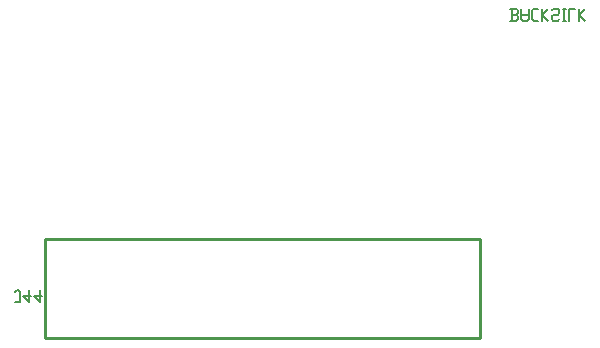
<source format=gbr>
G04 start of page 11 for group -4078 idx -4078
G04 Title: TX Daughterboard, bottomsilk *
G04 Creator: pcb 20070208 *
G04 CreationDate: Mon Dec 24 21:52:14 2007 UTC *
G04 For: matt *
G04 Format: Gerber/RS-274X *
G04 PCB-Dimensions: 275000 250000 *
G04 PCB-Coordinate-Origin: lower left *
%MOIN*%
%FSLAX24Y24*%
%LNBACKSILK*%
%ADD11C,0.0100*%
%ADD12C,0.0060*%
G54D12*X23900Y19600D02*X24100D01*
X24150Y19550D01*
Y19450D02*Y19550D01*
X24100Y19400D02*X24150Y19450D01*
X23950Y19400D02*X24100D01*
X23950Y19200D02*Y19600D01*
X23900Y19200D02*X24100D01*
X24150Y19250D01*
Y19350D01*
X24100Y19400D02*X24150Y19350D01*
X24270Y19250D02*Y19600D01*
Y19250D02*X24320Y19200D01*
X24470D01*
X24520Y19250D01*
Y19600D01*
X24270Y19400D02*X24520D01*
X24690Y19600D02*X24840D01*
X24640Y19550D02*X24690Y19600D01*
X24640Y19250D02*Y19550D01*
Y19250D02*X24690Y19200D01*
X24840D01*
X24960D02*Y19600D01*
Y19400D02*X25160Y19200D01*
X24960Y19400D02*X25160Y19600D01*
X25480Y19200D02*X25530Y19250D01*
X25330Y19200D02*X25480D01*
X25280Y19250D02*X25330Y19200D01*
X25280Y19250D02*Y19350D01*
X25330Y19400D01*
X25480D01*
X25530Y19450D01*
Y19550D01*
X25480Y19600D02*X25530Y19550D01*
X25330Y19600D02*X25480D01*
X25280Y19550D02*X25330Y19600D01*
X25650Y19200D02*X25750D01*
X25700D02*Y19600D01*
X25650D02*X25750D01*
X25870Y19200D02*Y19600D01*
X26070D01*
X26190Y19200D02*Y19600D01*
Y19400D02*X26390Y19200D01*
X26190Y19400D02*X26390Y19600D01*
G54D11*X8399Y11918D02*Y8618D01*
Y11918D02*X22899D01*
X8399Y8618D02*X22899D01*
Y11918D02*Y8618D01*
G54D12*X7399Y9818D02*X7549D01*
Y10168D01*
X7499Y10218D02*X7549Y10168D01*
X7449Y10218D02*X7499D01*
X7399Y10168D02*X7449Y10218D01*
X7669Y10018D02*X7869Y9818D01*
X7669Y10018D02*X7919D01*
X7869Y9818D02*Y10218D01*
X8039Y10018D02*X8239Y9818D01*
X8039Y10018D02*X8289D01*
X8239Y9818D02*Y10218D01*
M02*

</source>
